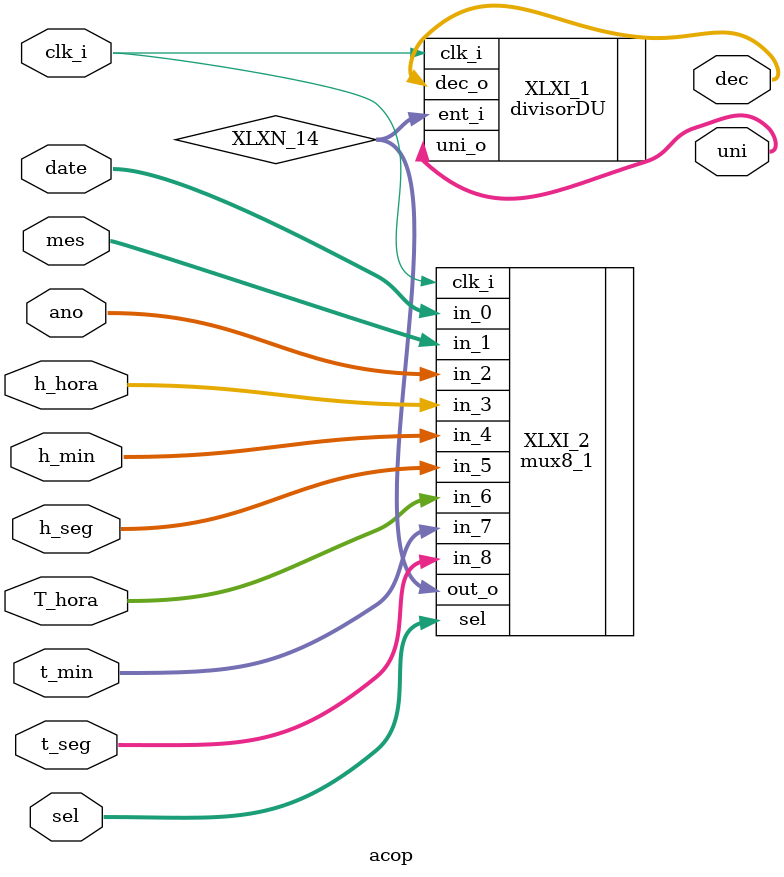
<source format=v>
`timescale 1ns / 1ps
module acop(ano, 
               clk_i, 
               date, 
               h_hora, 
               h_min, 
               h_seg, 
               mes, 
               sel, 
               T_hora, 
               t_min, 
               t_seg, 
               dec, 
               uni);

    input [7:0] ano;
    input clk_i;
    input [7:0] date;
    input [7:0] h_hora;
    input [7:0] h_min;
    input [7:0] h_seg;
    input [7:0] mes;
    input [3:0] sel;
    input [7:0] T_hora;
    input [7:0] t_min;
    input [7:0] t_seg;
   output [3:0] dec;
   output [3:0] uni;
   
   wire [7:0] XLXN_14;
   
   divisorDU  XLXI_1 (.clk_i(clk_i), 
                     .ent_i(XLXN_14[7:0]), 
                     .dec_o(dec[3:0]), 
                     .uni_o(uni[3:0]));
							
							
							
							
							
   mux8_1  XLXI_2 (.clk_i(clk_i), 
                  .in_0(date[7:0]), 
                  .in_1(mes[7:0]), 
                  .in_2(ano[7:0]), 
                  .in_3(h_hora[7:0]), 
                  .in_4(h_min[7:0]), 
                  .in_5(h_seg[7:0]), 
                  .in_6(T_hora[7:0]), 
                  .in_7(t_min[7:0]), 
                  .in_8(t_seg[7:0]), 
                  .sel(sel[3:0]), 
                  .out_o(XLXN_14[7:0]));
endmodule


</source>
